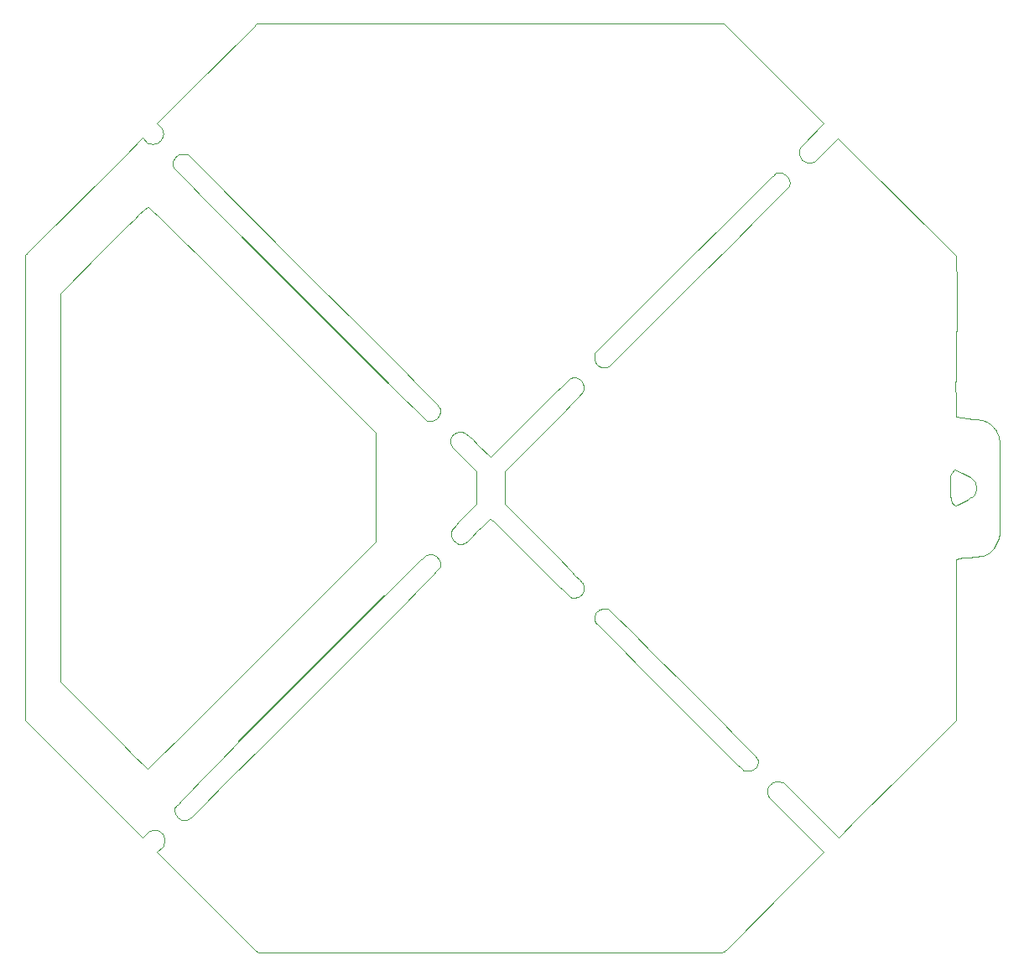
<source format=gm1>
G04 #@! TF.GenerationSoftware,KiCad,Pcbnew,(5.1.2)-1*
G04 #@! TF.CreationDate,2019-06-22T12:55:49-06:00*
G04 #@! TF.ProjectId,HtH_sao_prod,4874485f-7361-46f5-9f70-726f642e6b69,rev?*
G04 #@! TF.SameCoordinates,Original*
G04 #@! TF.FileFunction,Profile,NP*
%FSLAX46Y46*%
G04 Gerber Fmt 4.6, Leading zero omitted, Abs format (unit mm)*
G04 Created by KiCad (PCBNEW (5.1.2)-1) date 2019-06-22 12:55:49*
%MOMM*%
%LPD*%
G04 APERTURE LIST*
%ADD10C,0.150000*%
%ADD11C,0.100000*%
G04 APERTURE END LIST*
D10*
X142189110Y-111944096D02*
X133360192Y-120786186D01*
X127735251Y-75772731D02*
X142478952Y-90503850D01*
X133360192Y-120786186D02*
X127456334Y-126719736D01*
D11*
X176097414Y-54191552D02*
X175935666Y-54192069D01*
X175935666Y-54192069D02*
X175732061Y-54196720D01*
X175732061Y-54196720D02*
X160109241Y-54196720D01*
X160109241Y-54196720D02*
X160109241Y-54196203D01*
X160109241Y-54196203D02*
X160103558Y-54196203D01*
X160103558Y-54196203D02*
X159856543Y-54196203D01*
X159856543Y-54196203D02*
X156142042Y-54199304D01*
X156142042Y-54199304D02*
X152833200Y-54199304D01*
X152833200Y-54199304D02*
X145744745Y-54196203D01*
X145744745Y-54196203D02*
X145504448Y-54196203D01*
X145504448Y-54196203D02*
X145498249Y-54196203D01*
X145498249Y-54196203D02*
X145498249Y-54196720D01*
X145498249Y-54196720D02*
X129881113Y-54196720D01*
X129881113Y-54196720D02*
X129874912Y-54196720D01*
X129874912Y-54196720D02*
X129396905Y-54196720D01*
X129396905Y-54196720D02*
X129391220Y-54196720D01*
X129391220Y-54196720D02*
X129334376Y-54196720D01*
X129334376Y-54196720D02*
X129332826Y-54196720D01*
X129332826Y-54196720D02*
X129327658Y-54196720D01*
X129327658Y-54196720D02*
X129325591Y-54196720D01*
X129325591Y-54196720D02*
X129325591Y-54199821D01*
X129325591Y-54199821D02*
X129325591Y-54202921D01*
X129325591Y-54202921D02*
X129323008Y-54202921D01*
X129323008Y-54202921D02*
X129323008Y-54203438D01*
X129323008Y-54203438D02*
X129219138Y-54233410D01*
X129219138Y-54233410D02*
X129127671Y-54290771D01*
X129127671Y-54290771D02*
X129056874Y-54370870D01*
X129056874Y-54370870D02*
X129027418Y-54433915D01*
X129027418Y-54433915D02*
X122278993Y-61197326D01*
X122278993Y-61197326D02*
X119159804Y-64310314D01*
X119159804Y-64310314D02*
X119243520Y-64391963D01*
X119243520Y-64391963D02*
X119328785Y-64479813D01*
X119328785Y-64479813D02*
X119484332Y-64646211D01*
X119484332Y-64646211D02*
X119551511Y-64735095D01*
X119551511Y-64735095D02*
X119608872Y-64824495D01*
X119608872Y-64824495D02*
X119656414Y-64914412D01*
X119656414Y-64914412D02*
X119694655Y-65004329D01*
X119694655Y-65004329D02*
X119723077Y-65094763D01*
X119723077Y-65094763D02*
X119743231Y-65184163D01*
X119743231Y-65184163D02*
X119754600Y-65272530D01*
X119754600Y-65272530D02*
X119757700Y-65360379D01*
X119757700Y-65360379D02*
X119752532Y-65446162D01*
X119752532Y-65446162D02*
X119740130Y-65530395D01*
X119740130Y-65530395D02*
X119720493Y-65612560D01*
X119720493Y-65612560D02*
X119694138Y-65692659D01*
X119694138Y-65692659D02*
X119660548Y-65769657D01*
X119660548Y-65769657D02*
X119621274Y-65843554D01*
X119621274Y-65843554D02*
X119575799Y-65914351D01*
X119575799Y-65914351D02*
X119524639Y-65981014D01*
X119524639Y-65981014D02*
X119467795Y-66043542D01*
X119467795Y-66043542D02*
X119406300Y-66102453D01*
X119406300Y-66102453D02*
X119340154Y-66156197D01*
X119340154Y-66156197D02*
X119269358Y-66204773D01*
X119269358Y-66204773D02*
X119194944Y-66248181D01*
X119194944Y-66248181D02*
X119116395Y-66285904D01*
X119116395Y-66285904D02*
X119034230Y-66317944D01*
X119034230Y-66317944D02*
X118949481Y-66343265D01*
X118949481Y-66343265D02*
X118861631Y-66361869D01*
X118861631Y-66361869D02*
X118771197Y-66374271D01*
X118771197Y-66374271D02*
X118679213Y-66378922D01*
X118679213Y-66378922D02*
X118585162Y-66375821D01*
X118585162Y-66375821D02*
X118489044Y-66364969D01*
X118489044Y-66364969D02*
X118392409Y-66345849D01*
X118392409Y-66345849D02*
X118294740Y-66318461D01*
X118294740Y-66318461D02*
X118196555Y-66281770D01*
X118196555Y-66281770D02*
X117683925Y-65769140D01*
X117683925Y-65769140D02*
X115696449Y-67745247D01*
X115696449Y-67745247D02*
X115707818Y-67756099D01*
X115707818Y-67756099D02*
X105996783Y-77447497D01*
X105996783Y-77447497D02*
X105978180Y-77456799D01*
X105978180Y-77456799D02*
X105975079Y-77458866D01*
X105975079Y-77458866D02*
X105894980Y-77529662D01*
X105894980Y-77529662D02*
X105838136Y-77620612D01*
X105838136Y-77620612D02*
X105806097Y-77724482D01*
X105806097Y-77724482D02*
X105803513Y-77724482D01*
X105803513Y-77724482D02*
X105803513Y-77726551D01*
X105803513Y-77726551D02*
X105801446Y-77726551D01*
X105801446Y-77726551D02*
X105799379Y-77726551D01*
X105799379Y-77726551D02*
X105799379Y-77729649D01*
X105799379Y-77729649D02*
X105799379Y-77788561D01*
X105799379Y-77788561D02*
X105799379Y-77792178D01*
X105799379Y-77792178D02*
X105799379Y-78273286D01*
X105799379Y-78273286D02*
X105799379Y-78275871D01*
X105799379Y-78275871D02*
X105799896Y-123909777D01*
X105799896Y-123909777D02*
X105799896Y-123912360D01*
X105799896Y-123912360D02*
X105799896Y-124393467D01*
X105799896Y-124393467D02*
X105799896Y-124396568D01*
X105799896Y-124396568D02*
X105799896Y-124455481D01*
X105799896Y-124455481D02*
X105799896Y-124458581D01*
X105799896Y-124458581D02*
X105801963Y-124458581D01*
X105801963Y-124458581D02*
X105804030Y-124458581D01*
X105804030Y-124458581D02*
X105804030Y-124461164D01*
X105804030Y-124461164D02*
X105807131Y-124461164D01*
X105807131Y-124461164D02*
X105839170Y-124565034D01*
X105839170Y-124565034D02*
X105896014Y-124655984D01*
X105896014Y-124655984D02*
X105976112Y-124726263D01*
X105976112Y-124726263D02*
X105978696Y-124729364D01*
X105978696Y-124729364D02*
X105997300Y-124738151D01*
X105997300Y-124738151D02*
X116281426Y-135002121D01*
X116281426Y-135002121D02*
X116280910Y-135002640D01*
X116280910Y-135002640D02*
X117689609Y-136410305D01*
X117689609Y-136410305D02*
X118295774Y-135803624D01*
X118295774Y-135803624D02*
X118392925Y-135751948D01*
X118392925Y-135751948D02*
X118489044Y-135710091D01*
X118489044Y-135710091D02*
X118585162Y-135678568D01*
X118585162Y-135678568D02*
X118679213Y-135655830D01*
X118679213Y-135655830D02*
X118772230Y-135642394D01*
X118772230Y-135642394D02*
X118863698Y-135637227D01*
X118863698Y-135637227D02*
X118953098Y-135640325D01*
X118953098Y-135640325D02*
X119040431Y-135651179D01*
X119040431Y-135651179D02*
X119124664Y-135669781D01*
X119124664Y-135669781D02*
X119206313Y-135695621D01*
X119206313Y-135695621D02*
X119284861Y-135728178D01*
X119284861Y-135728178D02*
X119360308Y-135766934D01*
X119360308Y-135766934D02*
X119431622Y-135811892D01*
X119431622Y-135811892D02*
X119498801Y-135862536D01*
X119498801Y-135862536D02*
X119561846Y-135918347D01*
X119561846Y-135918347D02*
X119620757Y-135979323D01*
X119620757Y-135979323D02*
X119673984Y-136044437D01*
X119673984Y-136044437D02*
X119722560Y-136114199D01*
X119722560Y-136114199D02*
X119765968Y-136188098D01*
X119765968Y-136188098D02*
X119803175Y-136265094D01*
X119803175Y-136265094D02*
X119834698Y-136345710D01*
X119834698Y-136345710D02*
X119859503Y-136428392D01*
X119859503Y-136428392D02*
X119878106Y-136514175D01*
X119878106Y-136514175D02*
X119889475Y-136602025D01*
X119889475Y-136602025D02*
X119894126Y-136691425D01*
X119894126Y-136691425D02*
X119891025Y-136781860D01*
X119891025Y-136781860D02*
X119880173Y-136873842D01*
X119880173Y-136873842D02*
X119861570Y-136965827D01*
X119861570Y-136965827D02*
X119834698Y-137058844D01*
X119834698Y-137058844D02*
X119799041Y-137151345D01*
X119799041Y-137151345D02*
X119754600Y-137243330D01*
X119754600Y-137243330D02*
X119700856Y-137334796D01*
X119700856Y-137334796D02*
X119161354Y-137874298D01*
X119161354Y-137874298D02*
X122281060Y-140987803D01*
X122281060Y-140987803D02*
X129029485Y-147750699D01*
X129029485Y-147750699D02*
X129097698Y-147821496D01*
X129097698Y-147821496D02*
X129167978Y-147893841D01*
X129167978Y-147893841D02*
X129207252Y-147925882D01*
X129207252Y-147925882D02*
X129251694Y-147952753D01*
X129251694Y-147952753D02*
X129302854Y-147972906D01*
X129302854Y-147972906D02*
X129361248Y-147984275D01*
X129361248Y-147984275D02*
X138007233Y-147989443D01*
X138007233Y-147989443D02*
X150114503Y-147988411D01*
X150114503Y-147988411D02*
X175732577Y-147988927D01*
X175732577Y-147988927D02*
X175932049Y-147997711D01*
X175932049Y-147997711D02*
X176092762Y-147998746D01*
X176092762Y-147998746D02*
X176163041Y-147995645D01*
X176163041Y-147995645D02*
X176216267Y-147988927D01*
X176216267Y-147988927D02*
X176286549Y-147970840D01*
X176286549Y-147970840D02*
X176334607Y-147951203D01*
X176334607Y-147951203D02*
X176372848Y-147928983D01*
X176372848Y-147928983D02*
X176413157Y-147902109D01*
X176413157Y-147902109D02*
X176464833Y-147861802D01*
X176464833Y-147861802D02*
X176519094Y-147812193D01*
X176519094Y-147812193D02*
X176579553Y-147751731D01*
X176579553Y-147751731D02*
X183327979Y-140988838D01*
X183327979Y-140988838D02*
X186189821Y-138132682D01*
X186189821Y-138132682D02*
X186201190Y-138144048D01*
X186201190Y-138144048D02*
X186457505Y-137887736D01*
X186457505Y-137887736D02*
X180892468Y-132322699D01*
X180892468Y-132322699D02*
X180842343Y-132226581D01*
X180842343Y-132226581D02*
X180802036Y-132130979D01*
X180802036Y-132130979D02*
X180771546Y-132036928D01*
X180771546Y-132036928D02*
X180749842Y-131943395D01*
X180749842Y-131943395D02*
X180736922Y-131851929D01*
X180736922Y-131851929D02*
X180732789Y-131762010D01*
X180732789Y-131762010D02*
X180736406Y-131674676D01*
X180736406Y-131674676D02*
X180747775Y-131588893D01*
X180747775Y-131588893D02*
X180766378Y-131506211D01*
X180766378Y-131506211D02*
X180792217Y-131426630D01*
X180792217Y-131426630D02*
X180824772Y-131349633D01*
X180824772Y-131349633D02*
X180863531Y-131276251D01*
X180863531Y-131276251D02*
X180907973Y-131206488D01*
X180907973Y-131206488D02*
X180958098Y-131140861D01*
X180958098Y-131140861D02*
X181013909Y-131078848D01*
X181013909Y-131078848D02*
X181074369Y-131022005D01*
X181074369Y-131022005D02*
X181138965Y-130969295D01*
X181138965Y-130969295D02*
X181208211Y-130922268D01*
X181208211Y-130922268D02*
X181281075Y-130879895D01*
X181281075Y-130879895D02*
X181357558Y-130843205D01*
X181357558Y-130843205D02*
X181437139Y-130812198D01*
X181437139Y-130812198D02*
X181519303Y-130787394D01*
X181519303Y-130787394D02*
X181604054Y-130768788D01*
X181604054Y-130768788D02*
X181690869Y-130756903D01*
X181690869Y-130756903D02*
X181779238Y-130751736D01*
X181779238Y-130751736D02*
X181868638Y-130754321D01*
X181868638Y-130754321D02*
X181959588Y-130763621D01*
X181959588Y-130763621D02*
X182051055Y-130780676D01*
X182051055Y-130780676D02*
X182142521Y-130805480D01*
X182142521Y-130805480D02*
X182233990Y-130838553D01*
X182233990Y-130838553D02*
X182324941Y-130880410D01*
X182324941Y-130880410D02*
X182415373Y-130930536D01*
X182415373Y-130930536D02*
X183108353Y-131610081D01*
X183108353Y-131610081D02*
X183799268Y-132293243D01*
X183799268Y-132293243D02*
X185176445Y-133667320D01*
X185176445Y-133667320D02*
X187923048Y-136422709D01*
X187923048Y-136422709D02*
X189853678Y-134484324D01*
X189853678Y-134484324D02*
X194741752Y-129614337D01*
X194741752Y-129614337D02*
X199655665Y-124715412D01*
X199655665Y-124715412D02*
X199710442Y-124646682D01*
X199710442Y-124646682D02*
X199769354Y-124566068D01*
X199769354Y-124566068D02*
X199782271Y-124544881D01*
X199782271Y-124544881D02*
X199791057Y-124521108D01*
X199791057Y-124521108D02*
X199801392Y-124472533D01*
X199801392Y-124472533D02*
X199808110Y-124398119D01*
X199808110Y-124398119D02*
X199808110Y-124395018D01*
X199808110Y-124395018D02*
X199808110Y-123912360D01*
X199808110Y-123912360D02*
X199808110Y-108288508D01*
X199808110Y-108288508D02*
X200132121Y-108230630D01*
X200132121Y-108230630D02*
X200456649Y-108183087D01*
X200456649Y-108183087D02*
X200782726Y-108143296D01*
X200782726Y-108143296D02*
X201109323Y-108109708D01*
X201109323Y-108109708D02*
X201763547Y-108054931D01*
X201763547Y-108054931D02*
X202418804Y-108003771D01*
X202418804Y-108003771D02*
X202510270Y-107981549D01*
X202510270Y-107981549D02*
X202599670Y-107955196D01*
X202599670Y-107955196D02*
X202686488Y-107924190D01*
X202686488Y-107924190D02*
X202770721Y-107889050D01*
X202770721Y-107889050D02*
X202853403Y-107850292D01*
X202853403Y-107850292D02*
X202932984Y-107807400D01*
X202932984Y-107807400D02*
X203010499Y-107760892D01*
X203010499Y-107760892D02*
X203085429Y-107711282D01*
X203085429Y-107711282D02*
X203158293Y-107658056D01*
X203158293Y-107658056D02*
X203229090Y-107601729D01*
X203229090Y-107601729D02*
X203362414Y-107479772D01*
X203362414Y-107479772D02*
X203486956Y-107347480D01*
X203486956Y-107347480D02*
X203601676Y-107205370D01*
X203601676Y-107205370D02*
X203706581Y-107054475D01*
X203706581Y-107054475D02*
X203802699Y-106896344D01*
X203802699Y-106896344D02*
X203888482Y-106732530D01*
X203888482Y-106732530D02*
X203964963Y-106563549D01*
X203964963Y-106563549D02*
X204032140Y-106391466D01*
X204032140Y-106391466D02*
X204088986Y-106216283D01*
X204088986Y-106216283D02*
X204136529Y-106040584D01*
X204136529Y-106040584D02*
X204174769Y-105864882D01*
X204174769Y-105864882D02*
X204180968Y-103814361D01*
X204180968Y-103814361D02*
X204182003Y-101762293D01*
X204182003Y-101762293D02*
X204179418Y-97656600D01*
X204179418Y-97656600D02*
X204179418Y-96547107D01*
X204179418Y-96547107D02*
X204176836Y-96435484D01*
X204176836Y-96435484D02*
X204169602Y-96325415D01*
X204169602Y-96325415D02*
X204156682Y-96216893D01*
X204156682Y-96216893D02*
X204139111Y-96109406D01*
X204139111Y-96109406D02*
X204116373Y-96003986D01*
X204116373Y-96003986D02*
X204088986Y-95900634D01*
X204088986Y-95900634D02*
X204056945Y-95798830D01*
X204056945Y-95798830D02*
X204020255Y-95699612D01*
X204020255Y-95699612D02*
X203978914Y-95601943D01*
X203978914Y-95601943D02*
X203933440Y-95506860D01*
X203933440Y-95506860D02*
X203883831Y-95413841D01*
X203883831Y-95413841D02*
X203830086Y-95323409D01*
X203830086Y-95323409D02*
X203772727Y-95236075D01*
X203772727Y-95236075D02*
X203711230Y-95150808D01*
X203711230Y-95150808D02*
X203646119Y-95068644D01*
X203646119Y-95068644D02*
X203577388Y-94989063D01*
X203577388Y-94989063D02*
X203505559Y-94912580D01*
X203505559Y-94912580D02*
X203430110Y-94839716D01*
X203430110Y-94839716D02*
X203351563Y-94769437D01*
X203351563Y-94769437D02*
X203269913Y-94702773D01*
X203269913Y-94702773D02*
X203185164Y-94639728D01*
X203185164Y-94639728D02*
X203097830Y-94579784D01*
X203097830Y-94579784D02*
X203007914Y-94523973D01*
X203007914Y-94523973D02*
X202915413Y-94471781D01*
X202915413Y-94471781D02*
X202820330Y-94423722D01*
X202820330Y-94423722D02*
X202723178Y-94379280D01*
X202723178Y-94379280D02*
X202623443Y-94338971D01*
X202623443Y-94338971D02*
X202522155Y-94302800D01*
X202522155Y-94302800D02*
X202418288Y-94271277D01*
X202418288Y-94271277D02*
X202313383Y-94243887D01*
X202313383Y-94243887D02*
X202206412Y-94221668D01*
X202206412Y-94221668D02*
X202097893Y-94203581D01*
X202097893Y-94203581D02*
X201810056Y-94176707D01*
X201810056Y-94176707D02*
X201522734Y-94145703D01*
X201522734Y-94145703D02*
X200950160Y-94072321D01*
X200950160Y-94072321D02*
X200378618Y-93988088D01*
X200378618Y-93988088D02*
X199808110Y-93898172D01*
X199808110Y-93898172D02*
X199781239Y-92885832D01*
X199781239Y-92885832D02*
X199766769Y-91872456D01*
X199766769Y-91872456D02*
X199763152Y-90859081D01*
X199763152Y-90859081D02*
X199768319Y-89845190D01*
X199768319Y-89845190D02*
X199780204Y-88831298D01*
X199780204Y-88831298D02*
X199796741Y-87816889D01*
X199796741Y-87816889D02*
X199835499Y-85787556D01*
X199835499Y-85787556D02*
X199853586Y-84773148D01*
X199853586Y-84773148D02*
X199869088Y-83758739D01*
X199869088Y-83758739D02*
X199878391Y-82744847D01*
X199878391Y-82744847D02*
X199880457Y-81730956D01*
X199880457Y-81730956D02*
X199873221Y-80717581D01*
X199873221Y-80717581D02*
X199854618Y-79704724D01*
X199854618Y-79704724D02*
X199822580Y-78692383D01*
X199822580Y-78692383D02*
X199800876Y-78186471D01*
X199800876Y-78186471D02*
X199775037Y-77680558D01*
X199775037Y-77680558D02*
X199662899Y-77490388D01*
X199662899Y-77490388D02*
X188982932Y-66879667D01*
X188982932Y-66879667D02*
X187875505Y-65810998D01*
X187875505Y-65810998D02*
X185599159Y-68087862D01*
X185599159Y-68087862D02*
X185505108Y-68144189D01*
X185505108Y-68144189D02*
X185410538Y-68190181D01*
X185410538Y-68190181D02*
X185317005Y-68226871D01*
X185317005Y-68226871D02*
X185223470Y-68254260D01*
X185223470Y-68254260D02*
X185131487Y-68272347D01*
X185131487Y-68272347D02*
X185040537Y-68282165D01*
X185040537Y-68282165D02*
X184951137Y-68283715D01*
X184951137Y-68283715D02*
X184863803Y-68276997D01*
X184863803Y-68276997D02*
X184778536Y-68262528D01*
X184778536Y-68262528D02*
X184695853Y-68241341D01*
X184695853Y-68241341D02*
X184615756Y-68212918D01*
X184615756Y-68212918D02*
X184538757Y-68177779D01*
X184538757Y-68177779D02*
X184465378Y-68136437D01*
X184465378Y-68136437D02*
X184395615Y-68089412D01*
X184395615Y-68089412D02*
X184329985Y-68037219D01*
X184329985Y-68037219D02*
X184269006Y-67979341D01*
X184269006Y-67979341D02*
X184212163Y-67916813D01*
X184212163Y-67916813D02*
X184160488Y-67849633D01*
X184160488Y-67849633D02*
X184113977Y-67778320D01*
X184113977Y-67778320D02*
X184072635Y-67703389D01*
X184072635Y-67703389D02*
X184037496Y-67624841D01*
X184037496Y-67624841D02*
X184008559Y-67543192D01*
X184008559Y-67543192D02*
X183985820Y-67458959D01*
X183985820Y-67458959D02*
X183969800Y-67372143D01*
X183969800Y-67372143D02*
X183961016Y-67283259D01*
X183961016Y-67283259D02*
X183959981Y-67192826D01*
X183959981Y-67192826D02*
X183966183Y-67100842D01*
X183966183Y-67100842D02*
X183980137Y-67007824D01*
X183980137Y-67007824D02*
X184002873Y-66914290D01*
X184002873Y-66914290D02*
X184033879Y-66820239D01*
X184033879Y-66820239D02*
X184073670Y-66726704D01*
X184073670Y-66726704D02*
X184122763Y-66633170D01*
X184122763Y-66633170D02*
X186446136Y-64309798D01*
X186446136Y-64309798D02*
X183327979Y-61197326D01*
X183327979Y-61197326D02*
X176579553Y-54433915D01*
X176579553Y-54433915D02*
X176494805Y-54349682D01*
X176494805Y-54349682D02*
X176426593Y-54289221D01*
X176426593Y-54289221D02*
X176376465Y-54249430D01*
X176376465Y-54249430D02*
X176344426Y-54227726D01*
X176344426Y-54227726D02*
X176325823Y-54216874D01*
X176325823Y-54216874D02*
X176307220Y-54209639D01*
X176307220Y-54209639D02*
X176216267Y-54196720D01*
X176216267Y-54196720D02*
X176097414Y-54191552D01*
X176097414Y-54191552D02*
X176097414Y-54191552D01*
X199808110Y-124398119D02*
X199809144Y-124425509D01*
X199809144Y-124425509D02*
X199810695Y-124416206D01*
X199810695Y-124416206D02*
X199811211Y-124397084D01*
X199811211Y-124397084D02*
X199810176Y-124393467D01*
X199810176Y-124393467D02*
X199808110Y-124398119D01*
X199808110Y-124398119D02*
X199808110Y-124398119D01*
X146324775Y-94278334D02*
X146239114Y-94203284D01*
X146239114Y-94203284D02*
X146027438Y-94001834D01*
X146027438Y-94001834D02*
X145252318Y-93245812D01*
X145252318Y-93245812D02*
X144051971Y-92062430D01*
X144051971Y-92062430D02*
X142478952Y-90503850D01*
X127735251Y-75772731D02*
X125549230Y-73574767D01*
X125549230Y-73574767D02*
X123803058Y-71812363D01*
X123803058Y-71812363D02*
X122475629Y-70464158D01*
X122475629Y-70464158D02*
X121545836Y-69508791D01*
X121545836Y-69508791D02*
X121223458Y-69171747D01*
X121223458Y-69171747D02*
X120992574Y-68924902D01*
X120992574Y-68924902D02*
X120850545Y-68765586D01*
X120850545Y-68765586D02*
X120812027Y-68717917D01*
X120812027Y-68717917D02*
X120794734Y-68691129D01*
X120794734Y-68691129D02*
X120749546Y-68572311D01*
X120749546Y-68572311D02*
X120718839Y-68466694D01*
X120718839Y-68466694D02*
X120702929Y-68370107D01*
X120702929Y-68370107D02*
X120702131Y-68278378D01*
X120702131Y-68278378D02*
X120716760Y-68187335D01*
X120716760Y-68187335D02*
X120747134Y-68092805D01*
X120747134Y-68092805D02*
X120793566Y-67990618D01*
X120793566Y-67990618D02*
X120856373Y-67876601D01*
X120856373Y-67876601D02*
X120898124Y-67809921D01*
X120898124Y-67809921D02*
X120942271Y-67748353D01*
X120942271Y-67748353D02*
X120988911Y-67691852D01*
X120988911Y-67691852D02*
X121038140Y-67640372D01*
X121038140Y-67640372D02*
X121090055Y-67593867D01*
X121090055Y-67593867D02*
X121144750Y-67552292D01*
X121144750Y-67552292D02*
X121202323Y-67515601D01*
X121202323Y-67515601D02*
X121262869Y-67483749D01*
X121262869Y-67483749D02*
X121326485Y-67456691D01*
X121326485Y-67456691D02*
X121393266Y-67434379D01*
X121393266Y-67434379D02*
X121463308Y-67416770D01*
X121463308Y-67416770D02*
X121536709Y-67403816D01*
X121536709Y-67403816D02*
X121613562Y-67395474D01*
X121613562Y-67395474D02*
X121693966Y-67391697D01*
X121693966Y-67391697D02*
X121778015Y-67392439D01*
X121778015Y-67392439D02*
X121865807Y-67397655D01*
X121865807Y-67397655D02*
X122226346Y-67427554D01*
X122226346Y-67427554D02*
X134887626Y-80088552D01*
X134887626Y-80088552D02*
X139941666Y-85151366D01*
X139941666Y-85151366D02*
X143975397Y-89209626D01*
X143975397Y-89209626D02*
X145506010Y-90757459D01*
X145506010Y-90757459D02*
X146657182Y-91928646D01*
X146657182Y-91928646D02*
X147387458Y-92681350D01*
X147387458Y-92681350D02*
X147581805Y-92887698D01*
X147581805Y-92887698D02*
X147655383Y-92973737D01*
X147655383Y-92973737D02*
X147685963Y-93046302D01*
X147685963Y-93046302D02*
X147709273Y-93119379D01*
X147709273Y-93119379D02*
X147725574Y-93192713D01*
X147725574Y-93192713D02*
X147735127Y-93266045D01*
X147735127Y-93266045D02*
X147738195Y-93339121D01*
X147738195Y-93339121D02*
X147735038Y-93411684D01*
X147735038Y-93411684D02*
X147725918Y-93483477D01*
X147725918Y-93483477D02*
X147711097Y-93554245D01*
X147711097Y-93554245D02*
X147690835Y-93623730D01*
X147690835Y-93623730D02*
X147665396Y-93691676D01*
X147665396Y-93691676D02*
X147635039Y-93757827D01*
X147635039Y-93757827D02*
X147600026Y-93821927D01*
X147600026Y-93821927D02*
X147560619Y-93883719D01*
X147560619Y-93883719D02*
X147517080Y-93942947D01*
X147517080Y-93942947D02*
X147469670Y-93999355D01*
X147469670Y-93999355D02*
X147418650Y-94052686D01*
X147418650Y-94052686D02*
X147364281Y-94102683D01*
X147364281Y-94102683D02*
X147306826Y-94149091D01*
X147306826Y-94149091D02*
X147246546Y-94191653D01*
X147246546Y-94191653D02*
X147183702Y-94230113D01*
X147183702Y-94230113D02*
X147118555Y-94264214D01*
X147118555Y-94264214D02*
X147051368Y-94293700D01*
X147051368Y-94293700D02*
X146982402Y-94318315D01*
X146982402Y-94318315D02*
X146911917Y-94337801D01*
X146911917Y-94337801D02*
X146840176Y-94351904D01*
X146840176Y-94351904D02*
X146767441Y-94360367D01*
X146767441Y-94360367D02*
X146693971Y-94362932D01*
X146693971Y-94362932D02*
X146620030Y-94359344D01*
X146620030Y-94359344D02*
X146545878Y-94349347D01*
X146545878Y-94349347D02*
X146471778Y-94332683D01*
X146471778Y-94332683D02*
X146397989Y-94309098D01*
X146397989Y-94309098D02*
X146324775Y-94278334D01*
X146324775Y-94278334D02*
X146324775Y-94278334D01*
X146324775Y-94278334D02*
X146324775Y-94278334D01*
X160939967Y-112184587D02*
X160905608Y-112161273D01*
X160905608Y-112161273D02*
X160831845Y-112098240D01*
X160831845Y-112098240D02*
X160574517Y-111861209D01*
X160574517Y-111861209D02*
X160184802Y-111489872D01*
X160184802Y-111489872D02*
X159679522Y-111000604D01*
X159679522Y-111000604D02*
X158389540Y-109733786D01*
X158389540Y-109733786D02*
X156839131Y-108191771D01*
X156839131Y-108191771D02*
X155294335Y-106651880D01*
X155294335Y-106651880D02*
X154019637Y-105390842D01*
X154019637Y-105390842D02*
X153147262Y-104538790D01*
X153147262Y-104538790D02*
X152903266Y-104306799D01*
X152903266Y-104306799D02*
X152836547Y-104246430D01*
X152836547Y-104246430D02*
X152809435Y-104225855D01*
X152809435Y-104225855D02*
X152770846Y-104251397D01*
X152770846Y-104251397D02*
X152685174Y-104324601D01*
X152685174Y-104324601D02*
X152394290Y-104593465D01*
X152394290Y-104593465D02*
X151980198Y-104991384D01*
X151980198Y-104991384D02*
X151486312Y-105477297D01*
X151486312Y-105477297D02*
X150832327Y-106119844D01*
X150832327Y-106119844D02*
X150598077Y-106341399D01*
X150598077Y-106341399D02*
X150413173Y-106507223D01*
X150413173Y-106507223D02*
X150268251Y-106625376D01*
X150268251Y-106625376D02*
X150153951Y-106703919D01*
X150153951Y-106703919D02*
X150105359Y-106730856D01*
X150105359Y-106730856D02*
X150060910Y-106750913D01*
X150060910Y-106750913D02*
X150019436Y-106765099D01*
X150019436Y-106765099D02*
X149979766Y-106774419D01*
X149979766Y-106774419D02*
X149853486Y-106792203D01*
X149853486Y-106792203D02*
X149737724Y-106796183D01*
X149737724Y-106796183D02*
X149630088Y-106785541D01*
X149630088Y-106785541D02*
X149578570Y-106774482D01*
X149578570Y-106774482D02*
X149528185Y-106759461D01*
X149528185Y-106759461D02*
X149478635Y-106740378D01*
X149478635Y-106740378D02*
X149429621Y-106717128D01*
X149429621Y-106717128D02*
X149332005Y-106657725D01*
X149332005Y-106657725D02*
X149232942Y-106580436D01*
X149232942Y-106580436D02*
X149130041Y-106484444D01*
X149130041Y-106484444D02*
X149076099Y-106426775D01*
X149076099Y-106426775D02*
X149027119Y-106366735D01*
X149027119Y-106366735D02*
X148983151Y-106304553D01*
X148983151Y-106304553D02*
X148944248Y-106240458D01*
X148944248Y-106240458D02*
X148910459Y-106174680D01*
X148910459Y-106174680D02*
X148881836Y-106107449D01*
X148881836Y-106107449D02*
X148858429Y-106038993D01*
X148858429Y-106038993D02*
X148840289Y-105969543D01*
X148840289Y-105969543D02*
X148827468Y-105899327D01*
X148827468Y-105899327D02*
X148820015Y-105828576D01*
X148820015Y-105828576D02*
X148817983Y-105757518D01*
X148817983Y-105757518D02*
X148821421Y-105686384D01*
X148821421Y-105686384D02*
X148830380Y-105615402D01*
X148830380Y-105615402D02*
X148844912Y-105544802D01*
X148844912Y-105544802D02*
X148865068Y-105474813D01*
X148865068Y-105474813D02*
X148890897Y-105405666D01*
X148890897Y-105405666D02*
X148934405Y-105333555D01*
X148934405Y-105333555D02*
X149020354Y-105220271D01*
X149020354Y-105220271D02*
X149144444Y-105070654D01*
X149144444Y-105070654D02*
X149302374Y-104889547D01*
X149302374Y-104889547D02*
X149702558Y-104452222D01*
X149702558Y-104452222D02*
X150186504Y-103947029D01*
X150186504Y-103947029D02*
X151384931Y-102720971D01*
X151384931Y-102720971D02*
X151384931Y-101076231D01*
X151384931Y-101076231D02*
X151384931Y-99431491D01*
X151384931Y-99431491D02*
X150087952Y-98133297D01*
X150087952Y-98133297D02*
X149350436Y-97389766D01*
X149350436Y-97389766D02*
X149119032Y-97146912D01*
X149119032Y-97146912D02*
X148959856Y-96966564D01*
X148959856Y-96966564D02*
X148902820Y-96894339D01*
X148902820Y-96894339D02*
X148858402Y-96831151D01*
X148858402Y-96831151D02*
X148824789Y-96774802D01*
X148824789Y-96774802D02*
X148800166Y-96723096D01*
X148800166Y-96723096D02*
X148782721Y-96673836D01*
X148782721Y-96673836D02*
X148770640Y-96624826D01*
X148770640Y-96624826D02*
X148755320Y-96518767D01*
X148755320Y-96518767D02*
X148749945Y-96452742D01*
X148749945Y-96452742D02*
X148748761Y-96387993D01*
X148748761Y-96387993D02*
X148751651Y-96324613D01*
X148751651Y-96324613D02*
X148758495Y-96262694D01*
X148758495Y-96262694D02*
X148769175Y-96202328D01*
X148769175Y-96202328D02*
X148783571Y-96143608D01*
X148783571Y-96143608D02*
X148823037Y-96031473D01*
X148823037Y-96031473D02*
X148875942Y-95927026D01*
X148875942Y-95927026D02*
X148941337Y-95831006D01*
X148941337Y-95831006D02*
X149018270Y-95744148D01*
X149018270Y-95744148D02*
X149105791Y-95667192D01*
X149105791Y-95667192D02*
X149202948Y-95600874D01*
X149202948Y-95600874D02*
X149308792Y-95545933D01*
X149308792Y-95545933D02*
X149422371Y-95503106D01*
X149422371Y-95503106D02*
X149542734Y-95473130D01*
X149542734Y-95473130D02*
X149668931Y-95456743D01*
X149668931Y-95456743D02*
X149800011Y-95454683D01*
X149800011Y-95454683D02*
X149935023Y-95467688D01*
X149935023Y-95467688D02*
X150073016Y-95496494D01*
X150073016Y-95496494D02*
X150165199Y-95528219D01*
X150165199Y-95528219D02*
X150213767Y-95551248D01*
X150213767Y-95551248D02*
X150265605Y-95580440D01*
X150265605Y-95580440D02*
X150383946Y-95661466D01*
X150383946Y-95661466D02*
X150529933Y-95779601D01*
X150529933Y-95779601D02*
X150713279Y-95943153D01*
X150713279Y-95943153D02*
X150943694Y-96160429D01*
X150943694Y-96160429D02*
X151584578Y-96789375D01*
X151584578Y-96789375D02*
X152809482Y-98006141D01*
X152809482Y-98006141D02*
X156777026Y-94036833D01*
X156777026Y-94036833D02*
X158751739Y-92068739D01*
X158751739Y-92068739D02*
X159458385Y-91372398D01*
X159458385Y-91372398D02*
X160004828Y-90842018D01*
X160004828Y-90842018D02*
X160411269Y-90458217D01*
X160411269Y-90458217D02*
X160697912Y-90201613D01*
X160697912Y-90201613D02*
X160802622Y-90114953D01*
X160802622Y-90114953D02*
X160884959Y-90052824D01*
X160884959Y-90052824D02*
X160947448Y-90012803D01*
X160947448Y-90012803D02*
X160992613Y-89992467D01*
X160992613Y-89992467D02*
X161058907Y-89975159D01*
X161058907Y-89975159D02*
X161124885Y-89963300D01*
X161124885Y-89963300D02*
X161190391Y-89956716D01*
X161190391Y-89956716D02*
X161255265Y-89955234D01*
X161255265Y-89955234D02*
X161319348Y-89958680D01*
X161319348Y-89958680D02*
X161382482Y-89966881D01*
X161382482Y-89966881D02*
X161444508Y-89979663D01*
X161444508Y-89979663D02*
X161505266Y-89996853D01*
X161505266Y-89996853D02*
X161564599Y-90018277D01*
X161564599Y-90018277D02*
X161622348Y-90043760D01*
X161622348Y-90043760D02*
X161678353Y-90073131D01*
X161678353Y-90073131D02*
X161732457Y-90106215D01*
X161732457Y-90106215D02*
X161784499Y-90142839D01*
X161784499Y-90142839D02*
X161834322Y-90182829D01*
X161834322Y-90182829D02*
X161926675Y-90272212D01*
X161926675Y-90272212D02*
X162008244Y-90372977D01*
X162008244Y-90372977D02*
X162077761Y-90483735D01*
X162077761Y-90483735D02*
X162107602Y-90542427D01*
X162107602Y-90542427D02*
X162133953Y-90603097D01*
X162133953Y-90603097D02*
X162156657Y-90665571D01*
X162156657Y-90665571D02*
X162175553Y-90729675D01*
X162175553Y-90729675D02*
X162190483Y-90795236D01*
X162190483Y-90795236D02*
X162201288Y-90862080D01*
X162201288Y-90862080D02*
X162207810Y-90930034D01*
X162207810Y-90930034D02*
X162209890Y-90998924D01*
X162209890Y-90998924D02*
X162207369Y-91068576D01*
X162207369Y-91068576D02*
X162200088Y-91138817D01*
X162200088Y-91138817D02*
X162187889Y-91209473D01*
X162187889Y-91209473D02*
X162170613Y-91280372D01*
X162170613Y-91280372D02*
X162152114Y-91331900D01*
X162152114Y-91331900D02*
X162121131Y-91392286D01*
X162121131Y-91392286D02*
X162073705Y-91465695D01*
X162073705Y-91465695D02*
X162005874Y-91556292D01*
X162005874Y-91556292D02*
X161913682Y-91668242D01*
X161913682Y-91668242D02*
X161793168Y-91805710D01*
X161793168Y-91805710D02*
X161451336Y-92173860D01*
X161451336Y-92173860D02*
X160948707Y-92694063D01*
X160948707Y-92694063D02*
X160253605Y-93399639D01*
X160253605Y-93399639D02*
X158159288Y-95500193D01*
X158159288Y-95500193D02*
X154229202Y-99429864D01*
X154229202Y-99429864D02*
X154229202Y-101084335D01*
X154229202Y-101084335D02*
X154229202Y-102738806D01*
X154229202Y-102738806D02*
X158122485Y-106640794D01*
X158122485Y-106640794D02*
X159643450Y-108173942D01*
X159643450Y-108173942D02*
X160906649Y-109463880D01*
X160906649Y-109463880D02*
X161400460Y-109975284D01*
X161400460Y-109975284D02*
X161780477Y-110375054D01*
X161780477Y-110375054D02*
X162030250Y-110646245D01*
X162030250Y-110646245D02*
X162101154Y-110728329D01*
X162101154Y-110728329D02*
X162133327Y-110771913D01*
X162133327Y-110771913D02*
X162167283Y-110844363D01*
X162167283Y-110844363D02*
X162195025Y-110916901D01*
X162195025Y-110916901D02*
X162216715Y-110989335D01*
X162216715Y-110989335D02*
X162232515Y-111061474D01*
X162232515Y-111061474D02*
X162242587Y-111133128D01*
X162242587Y-111133128D02*
X162247091Y-111204103D01*
X162247091Y-111204103D02*
X162246191Y-111274210D01*
X162246191Y-111274210D02*
X162240047Y-111343256D01*
X162240047Y-111343256D02*
X162228822Y-111411051D01*
X162228822Y-111411051D02*
X162212676Y-111477402D01*
X162212676Y-111477402D02*
X162191772Y-111542118D01*
X162191772Y-111542118D02*
X162166272Y-111605009D01*
X162166272Y-111605009D02*
X162136336Y-111665882D01*
X162136336Y-111665882D02*
X162102128Y-111724546D01*
X162102128Y-111724546D02*
X162063807Y-111780810D01*
X162063807Y-111780810D02*
X162021537Y-111834482D01*
X162021537Y-111834482D02*
X161975479Y-111885372D01*
X161975479Y-111885372D02*
X161925794Y-111933286D01*
X161925794Y-111933286D02*
X161872644Y-111978035D01*
X161872644Y-111978035D02*
X161816191Y-112019427D01*
X161816191Y-112019427D02*
X161756597Y-112057270D01*
X161756597Y-112057270D02*
X161694022Y-112091373D01*
X161694022Y-112091373D02*
X161628630Y-112121544D01*
X161628630Y-112121544D02*
X161560582Y-112147592D01*
X161560582Y-112147592D02*
X161490039Y-112169326D01*
X161490039Y-112169326D02*
X161417162Y-112186555D01*
X161417162Y-112186555D02*
X161342115Y-112199086D01*
X161342115Y-112199086D02*
X161265058Y-112206729D01*
X161265058Y-112206729D02*
X161186153Y-112209292D01*
X161186153Y-112209292D02*
X161105561Y-112206584D01*
X161105561Y-112206584D02*
X161023445Y-112198412D01*
X161023445Y-112198412D02*
X160939967Y-112184587D01*
X160939967Y-112184587D02*
X160939967Y-112184587D01*
X160939967Y-112184587D02*
X160939967Y-112184587D01*
X121640158Y-134644561D02*
X121553472Y-134614100D01*
X121553472Y-134614100D02*
X121469872Y-134572942D01*
X121469872Y-134572942D02*
X121389910Y-134522053D01*
X121389910Y-134522053D02*
X121314143Y-134462400D01*
X121314143Y-134462400D02*
X121243125Y-134394949D01*
X121243125Y-134394949D02*
X121177411Y-134320666D01*
X121177411Y-134320666D02*
X121117554Y-134240517D01*
X121117554Y-134240517D02*
X121064111Y-134155468D01*
X121064111Y-134155468D02*
X121017635Y-134066485D01*
X121017635Y-134066485D02*
X120978682Y-133974535D01*
X120978682Y-133974535D02*
X120947806Y-133880583D01*
X120947806Y-133880583D02*
X120925561Y-133785596D01*
X120925561Y-133785596D02*
X120912503Y-133690540D01*
X120912503Y-133690540D02*
X120909187Y-133596381D01*
X120909187Y-133596381D02*
X120916166Y-133504085D01*
X120916166Y-133504085D02*
X120933995Y-133414619D01*
X120933995Y-133414619D02*
X120946754Y-133390933D01*
X120946754Y-133390933D02*
X120977339Y-133349822D01*
X120977339Y-133349822D02*
X121094550Y-133212722D01*
X121094550Y-133212722D02*
X121290753Y-132998111D01*
X121290753Y-132998111D02*
X121571068Y-132700785D01*
X121571068Y-132700785D02*
X122404526Y-131837165D01*
X122404526Y-131837165D02*
X123635903Y-130580213D01*
X123635903Y-130580213D02*
X125306180Y-128888285D01*
X125306180Y-128888285D02*
X127456334Y-126719736D01*
X142189110Y-111944096D02*
X144947369Y-109196921D01*
X144947369Y-109196921D02*
X145730331Y-108423632D01*
X145730331Y-108423632D02*
X145950006Y-108209791D01*
X145950006Y-108209791D02*
X146046470Y-108119812D01*
X146046470Y-108119812D02*
X146141045Y-108048513D01*
X146141045Y-108048513D02*
X146233271Y-107986333D01*
X146233271Y-107986333D02*
X146323332Y-107933265D01*
X146323332Y-107933265D02*
X146411413Y-107889303D01*
X146411413Y-107889303D02*
X146497698Y-107854438D01*
X146497698Y-107854438D02*
X146582373Y-107828664D01*
X146582373Y-107828664D02*
X146665620Y-107811974D01*
X146665620Y-107811974D02*
X146747625Y-107804362D01*
X146747625Y-107804362D02*
X146828573Y-107805820D01*
X146828573Y-107805820D02*
X146908647Y-107816340D01*
X146908647Y-107816340D02*
X146988032Y-107835917D01*
X146988032Y-107835917D02*
X147066912Y-107864544D01*
X147066912Y-107864544D02*
X147145473Y-107902212D01*
X147145473Y-107902212D02*
X147223898Y-107948916D01*
X147223898Y-107948916D02*
X147302372Y-108004648D01*
X147302372Y-108004648D02*
X147381079Y-108069401D01*
X147381079Y-108069401D02*
X147430629Y-108115847D01*
X147430629Y-108115847D02*
X147476701Y-108165030D01*
X147476701Y-108165030D02*
X147519228Y-108216756D01*
X147519228Y-108216756D02*
X147558140Y-108270829D01*
X147558140Y-108270829D02*
X147593369Y-108327053D01*
X147593369Y-108327053D02*
X147624848Y-108385233D01*
X147624848Y-108385233D02*
X147652506Y-108445173D01*
X147652506Y-108445173D02*
X147676276Y-108506678D01*
X147676276Y-108506678D02*
X147696090Y-108569551D01*
X147696090Y-108569551D02*
X147711878Y-108633599D01*
X147711878Y-108633599D02*
X147723572Y-108698625D01*
X147723572Y-108698625D02*
X147731104Y-108764433D01*
X147731104Y-108764433D02*
X147734405Y-108830829D01*
X147734405Y-108830829D02*
X147733406Y-108897616D01*
X147733406Y-108897616D02*
X147728040Y-108964599D01*
X147728040Y-108964599D02*
X147718238Y-109031582D01*
X147718238Y-109031582D02*
X147710696Y-109056344D01*
X147710696Y-109056344D02*
X147694741Y-109088561D01*
X147694741Y-109088561D02*
X147630968Y-109182098D01*
X147630968Y-109182098D02*
X147513675Y-109325666D01*
X147513675Y-109325666D02*
X147329616Y-109532736D01*
X147329616Y-109532736D02*
X147065549Y-109816780D01*
X147065549Y-109816780D02*
X146708229Y-110191270D01*
X146708229Y-110191270D02*
X145660851Y-111265477D01*
X145660851Y-111265477D02*
X144081529Y-112863132D01*
X144081529Y-112863132D02*
X141864310Y-115092011D01*
X141864310Y-115092011D02*
X135092361Y-121874542D01*
X135092361Y-121874542D02*
X130194701Y-126769190D01*
X130194701Y-126769190D02*
X126159099Y-130790350D01*
X126159099Y-130790350D02*
X123403766Y-133522151D01*
X123403766Y-133522151D02*
X122636890Y-134274582D01*
X122636890Y-134274582D02*
X122429021Y-134474687D01*
X122429021Y-134474687D02*
X122346911Y-134548721D01*
X122346911Y-134548721D02*
X122253445Y-134593119D01*
X122253445Y-134593119D02*
X122162389Y-134628127D01*
X122162389Y-134628127D02*
X122073269Y-134653808D01*
X122073269Y-134653808D02*
X121985612Y-134670227D01*
X121985612Y-134670227D02*
X121898946Y-134677448D01*
X121898946Y-134677448D02*
X121812797Y-134675534D01*
X121812797Y-134675534D02*
X121726692Y-134664550D01*
X121726692Y-134664550D02*
X121640158Y-134644561D01*
X121640158Y-134644561D02*
X121640158Y-134644561D01*
X121640158Y-134644561D02*
X121640158Y-134644561D01*
X178339358Y-129616229D02*
X178278649Y-129564080D01*
X178278649Y-129564080D02*
X178138668Y-129432111D01*
X178138668Y-129432111D02*
X177642105Y-128949924D01*
X177642105Y-128949924D02*
X175931097Y-127261070D01*
X175931097Y-127261070D02*
X173545796Y-124889119D01*
X173545796Y-124889119D02*
X170825668Y-122173518D01*
X170825668Y-122173518D02*
X168110176Y-119453721D01*
X168110176Y-119453721D02*
X165738785Y-117069175D01*
X165738785Y-117069175D02*
X164050959Y-115359333D01*
X164050959Y-115359333D02*
X163569465Y-114863503D01*
X163569465Y-114863503D02*
X163437887Y-114723925D01*
X163437887Y-114723925D02*
X163386161Y-114663643D01*
X163386161Y-114663643D02*
X163361446Y-114612121D01*
X163361446Y-114612121D02*
X163340591Y-114558051D01*
X163340591Y-114558051D02*
X163323574Y-114501810D01*
X163323574Y-114501810D02*
X163310372Y-114443773D01*
X163310372Y-114443773D02*
X163295323Y-114323814D01*
X163295323Y-114323814D02*
X163295265Y-114201184D01*
X163295265Y-114201184D02*
X163310017Y-114078890D01*
X163310017Y-114078890D02*
X163339398Y-113959940D01*
X163339398Y-113959940D02*
X163359518Y-113902658D01*
X163359518Y-113902658D02*
X163383228Y-113847340D01*
X163383228Y-113847340D02*
X163410505Y-113794362D01*
X163410505Y-113794362D02*
X163441327Y-113744100D01*
X163441327Y-113744100D02*
X163496358Y-113670242D01*
X163496358Y-113670242D02*
X163558464Y-113602201D01*
X163558464Y-113602201D02*
X163626862Y-113540194D01*
X163626862Y-113540194D02*
X163700772Y-113484440D01*
X163700772Y-113484440D02*
X163779411Y-113435158D01*
X163779411Y-113435158D02*
X163862000Y-113392566D01*
X163862000Y-113392566D02*
X163947755Y-113356883D01*
X163947755Y-113356883D02*
X164035896Y-113328327D01*
X164035896Y-113328327D02*
X164125641Y-113307117D01*
X164125641Y-113307117D02*
X164216209Y-113293472D01*
X164216209Y-113293472D02*
X164306819Y-113287610D01*
X164306819Y-113287610D02*
X164396688Y-113289750D01*
X164396688Y-113289750D02*
X164485036Y-113300110D01*
X164485036Y-113300110D02*
X164571081Y-113318909D01*
X164571081Y-113318909D02*
X164654042Y-113346367D01*
X164654042Y-113346367D02*
X164733136Y-113382700D01*
X164733136Y-113382700D02*
X164789830Y-113430907D01*
X164789830Y-113430907D02*
X164920473Y-113553389D01*
X164920473Y-113553389D02*
X165388023Y-114005748D01*
X165388023Y-114005748D02*
X167039091Y-115632034D01*
X167039091Y-115632034D02*
X169436990Y-118014676D01*
X169436990Y-118014676D02*
X172332369Y-120906788D01*
X172332369Y-120906788D02*
X176249783Y-124835188D01*
X176249783Y-124835188D02*
X177555356Y-126152566D01*
X177555356Y-126152566D02*
X178500329Y-127115632D01*
X178500329Y-127115632D02*
X179140822Y-127782063D01*
X179140822Y-127782063D02*
X179364425Y-128022063D01*
X179364425Y-128022063D02*
X179532951Y-128209534D01*
X179532951Y-128209534D02*
X179653417Y-128351684D01*
X179653417Y-128351684D02*
X179732836Y-128455723D01*
X179732836Y-128455723D02*
X179778223Y-128528860D01*
X179778223Y-128528860D02*
X179796593Y-128578305D01*
X179796593Y-128578305D02*
X179810394Y-128691154D01*
X179810394Y-128691154D02*
X179811088Y-128801033D01*
X179811088Y-128801033D02*
X179799235Y-128907338D01*
X179799235Y-128907338D02*
X179775399Y-129009467D01*
X179775399Y-129009467D02*
X179740142Y-129106819D01*
X179740142Y-129106819D02*
X179694026Y-129198789D01*
X179694026Y-129198789D02*
X179637613Y-129284776D01*
X179637613Y-129284776D02*
X179571465Y-129364178D01*
X179571465Y-129364178D02*
X179496146Y-129436390D01*
X179496146Y-129436390D02*
X179412216Y-129500812D01*
X179412216Y-129500812D02*
X179320238Y-129556840D01*
X179320238Y-129556840D02*
X179220774Y-129603872D01*
X179220774Y-129603872D02*
X179114388Y-129641305D01*
X179114388Y-129641305D02*
X179001640Y-129668537D01*
X179001640Y-129668537D02*
X178883093Y-129684965D01*
X178883093Y-129684965D02*
X178759310Y-129689987D01*
X178759310Y-129689987D02*
X178637178Y-129683564D01*
X178637178Y-129683564D02*
X178517289Y-129667508D01*
X178517289Y-129667508D02*
X178413423Y-129644252D01*
X178413423Y-129644252D02*
X178371804Y-129630684D01*
X178371804Y-129630684D02*
X178339358Y-129616229D01*
X178339358Y-129616229D02*
X178339358Y-129616229D01*
X178339358Y-129616229D02*
X178339358Y-129616229D01*
X163770133Y-88814233D02*
X163711627Y-88776137D01*
X163711627Y-88776137D02*
X163657006Y-88735546D01*
X163657006Y-88735546D02*
X163606254Y-88692432D01*
X163606254Y-88692432D02*
X163559355Y-88646762D01*
X163559355Y-88646762D02*
X163516295Y-88598508D01*
X163516295Y-88598508D02*
X163477056Y-88547638D01*
X163477056Y-88547638D02*
X163441624Y-88494122D01*
X163441624Y-88494122D02*
X163409982Y-88437929D01*
X163409982Y-88437929D02*
X163382115Y-88379030D01*
X163382115Y-88379030D02*
X163358008Y-88317395D01*
X163358008Y-88317395D02*
X163337644Y-88252991D01*
X163337644Y-88252991D02*
X163321008Y-88185790D01*
X163321008Y-88185790D02*
X163308084Y-88115761D01*
X163308084Y-88115761D02*
X163298856Y-88042873D01*
X163298856Y-88042873D02*
X163291427Y-87888400D01*
X163291427Y-87888400D02*
X163291181Y-87525167D01*
X163291181Y-87525167D02*
X172369697Y-78444479D01*
X172369697Y-78444479D02*
X176918820Y-73901482D01*
X176918820Y-73901482D02*
X178517673Y-72312617D01*
X178517673Y-72312617D02*
X179730767Y-71115313D01*
X179730767Y-71115313D02*
X180606638Y-70261923D01*
X180606638Y-70261923D02*
X181193820Y-69704801D01*
X181193820Y-69704801D02*
X181394320Y-69522452D01*
X181394320Y-69522452D02*
X181540848Y-69396302D01*
X181540848Y-69396302D02*
X181639472Y-69320397D01*
X181639472Y-69320397D02*
X181672716Y-69299424D01*
X181672716Y-69299424D02*
X181696259Y-69288779D01*
X181696259Y-69288779D02*
X181769236Y-69270376D01*
X181769236Y-69270376D02*
X181842436Y-69258983D01*
X181842436Y-69258983D02*
X181915608Y-69254302D01*
X181915608Y-69254302D02*
X181988495Y-69256033D01*
X181988495Y-69256033D02*
X182060845Y-69263874D01*
X182060845Y-69263874D02*
X182132404Y-69277528D01*
X182132404Y-69277528D02*
X182202916Y-69296693D01*
X182202916Y-69296693D02*
X182272129Y-69321070D01*
X182272129Y-69321070D02*
X182339788Y-69350359D01*
X182339788Y-69350359D02*
X182405640Y-69384260D01*
X182405640Y-69384260D02*
X182469430Y-69422473D01*
X182469430Y-69422473D02*
X182530905Y-69464699D01*
X182530905Y-69464699D02*
X182589809Y-69510636D01*
X182589809Y-69510636D02*
X182645890Y-69559986D01*
X182645890Y-69559986D02*
X182698894Y-69612449D01*
X182698894Y-69612449D02*
X182748565Y-69667724D01*
X182748565Y-69667724D02*
X182794652Y-69725512D01*
X182794652Y-69725512D02*
X182836898Y-69785512D01*
X182836898Y-69785512D02*
X182875051Y-69847426D01*
X182875051Y-69847426D02*
X182908856Y-69910952D01*
X182908856Y-69910952D02*
X182938059Y-69975791D01*
X182938059Y-69975791D02*
X182962407Y-70041644D01*
X182962407Y-70041644D02*
X182981645Y-70108210D01*
X182981645Y-70108210D02*
X182995519Y-70175189D01*
X182995519Y-70175189D02*
X183003776Y-70242282D01*
X183003776Y-70242282D02*
X183006161Y-70309188D01*
X183006161Y-70309188D02*
X183002420Y-70375608D01*
X183002420Y-70375608D02*
X182992300Y-70441242D01*
X182992300Y-70441242D02*
X182975546Y-70505790D01*
X182975546Y-70505790D02*
X182951904Y-70568951D01*
X182951904Y-70568951D02*
X182921121Y-70630426D01*
X182921121Y-70630426D02*
X182882942Y-70689916D01*
X182882942Y-70689916D02*
X182810466Y-70770874D01*
X182810466Y-70770874D02*
X182642230Y-70946963D01*
X182642230Y-70946963D02*
X182044024Y-71559006D01*
X182044024Y-71559006D02*
X179979516Y-73643860D01*
X179979516Y-73643860D02*
X177098190Y-76536041D01*
X177098190Y-76536041D02*
X173808822Y-79827110D01*
X173808822Y-79827110D02*
X170520183Y-83108632D01*
X170520183Y-83108632D02*
X167641050Y-85972169D01*
X167641050Y-85972169D02*
X165580194Y-88009284D01*
X165580194Y-88009284D02*
X164984362Y-88590296D01*
X164984362Y-88590296D02*
X164817450Y-88749080D01*
X164817450Y-88749080D02*
X164746389Y-88811539D01*
X164746389Y-88811539D02*
X164689926Y-88841555D01*
X164689926Y-88841555D02*
X164631237Y-88867595D01*
X164631237Y-88867595D02*
X164570670Y-88889659D01*
X164570670Y-88889659D02*
X164508572Y-88907746D01*
X164508572Y-88907746D02*
X164445288Y-88921855D01*
X164445288Y-88921855D02*
X164381167Y-88931985D01*
X164381167Y-88931985D02*
X164316554Y-88938135D01*
X164316554Y-88938135D02*
X164251796Y-88940304D01*
X164251796Y-88940304D02*
X164187240Y-88938492D01*
X164187240Y-88938492D02*
X164123233Y-88932697D01*
X164123233Y-88932697D02*
X164060122Y-88922918D01*
X164060122Y-88922918D02*
X163998253Y-88909155D01*
X163998253Y-88909155D02*
X163937973Y-88891407D01*
X163937973Y-88891407D02*
X163879628Y-88869671D01*
X163879628Y-88869671D02*
X163823566Y-88843949D01*
X163823566Y-88843949D02*
X163770133Y-88814238D01*
X163770133Y-88814238D02*
X163770133Y-88814233D01*
X163770133Y-88814233D02*
X163770133Y-88814233D01*
X113747297Y-125077209D02*
X109349340Y-120677784D01*
X109349340Y-120677784D02*
X109349340Y-101090129D01*
X109349340Y-101090129D02*
X109349340Y-81502475D01*
X109349340Y-81502475D02*
X113681892Y-77111562D01*
X113681892Y-77111562D02*
X114556163Y-76229549D01*
X114556163Y-76229549D02*
X115379421Y-75406766D01*
X115379421Y-75406766D02*
X116133102Y-74661215D01*
X116133102Y-74661215D02*
X116798642Y-74010900D01*
X116798642Y-74010900D02*
X117357476Y-73473826D01*
X117357476Y-73473826D02*
X117791039Y-73067996D01*
X117791039Y-73067996D02*
X117955043Y-72919923D01*
X117955043Y-72919923D02*
X118080767Y-72811413D01*
X118080767Y-72811413D02*
X118165892Y-72744716D01*
X118165892Y-72744716D02*
X118192504Y-72727750D01*
X118192504Y-72727750D02*
X118208096Y-72722081D01*
X118208096Y-72722081D02*
X118232949Y-72737073D01*
X118232949Y-72737073D02*
X118287043Y-72781411D01*
X118287043Y-72781411D02*
X118479977Y-72955203D01*
X118479977Y-72955203D02*
X118780946Y-73237607D01*
X118780946Y-73237607D02*
X119183997Y-73622775D01*
X119183997Y-73622775D02*
X120272543Y-74678002D01*
X120272543Y-74678002D02*
X121698002Y-76074091D01*
X121698002Y-76074091D02*
X123412759Y-77764246D01*
X123412759Y-77764246D02*
X125369201Y-79701672D01*
X125369201Y-79701672D02*
X127519716Y-81839576D01*
X127519716Y-81839576D02*
X129816689Y-84131161D01*
X129816689Y-84131161D02*
X141231631Y-95538806D01*
X141231631Y-95538806D02*
X141231631Y-101031704D01*
X141231631Y-101031704D02*
X141231631Y-106524605D01*
X141231631Y-106524605D02*
X129755046Y-118000621D01*
X129755046Y-118000621D02*
X125293648Y-122456543D01*
X125293648Y-122456543D02*
X121630143Y-126105558D01*
X121630143Y-126105558D02*
X119143293Y-128571108D01*
X119143293Y-128571108D02*
X118459476Y-129242410D01*
X118459476Y-129242410D02*
X118278183Y-129417100D01*
X118278183Y-129417100D02*
X118211858Y-129476637D01*
X118211858Y-129476637D02*
X118182256Y-129453813D01*
X118182256Y-129453813D02*
X118108715Y-129386844D01*
X118108715Y-129386844D02*
X117838971Y-129129495D01*
X117838971Y-129129495D02*
X116872919Y-128184305D01*
X116872919Y-128184305D02*
X115460197Y-126785425D01*
X115460197Y-126785425D02*
X113747297Y-125077209D01*
X113747297Y-125077209D02*
X113747297Y-125077209D01*
X113747297Y-125077209D02*
X113747297Y-125077209D01*
X199423088Y-102667610D02*
X199401439Y-102636566D01*
X199401439Y-102636566D02*
X199380711Y-102596694D01*
X199380711Y-102596694D02*
X199342090Y-102490915D01*
X199342090Y-102490915D02*
X199307362Y-102351185D01*
X199307362Y-102351185D02*
X199276666Y-102178412D01*
X199276666Y-102178412D02*
X199250140Y-101973508D01*
X199250140Y-101973508D02*
X199227922Y-101737382D01*
X199227922Y-101737382D02*
X199210149Y-101470944D01*
X199210149Y-101470944D02*
X199196959Y-101175106D01*
X199196959Y-101175106D02*
X199185745Y-100798698D01*
X199185745Y-100798698D02*
X199182333Y-100495969D01*
X199182333Y-100495969D02*
X199188298Y-100255334D01*
X199188298Y-100255334D02*
X199205214Y-100065209D01*
X199205214Y-100065209D02*
X199218270Y-99985468D01*
X199218270Y-99985468D02*
X199234653Y-99914009D01*
X199234653Y-99914009D02*
X199254561Y-99849386D01*
X199254561Y-99849386D02*
X199278190Y-99790150D01*
X199278190Y-99790150D02*
X199305738Y-99734853D01*
X199305738Y-99734853D02*
X199337400Y-99682047D01*
X199337400Y-99682047D02*
X199413854Y-99578115D01*
X199413854Y-99578115D02*
X199675318Y-99255220D01*
X199675318Y-99255220D02*
X200378480Y-99582335D01*
X200378480Y-99582335D02*
X200581725Y-99679054D01*
X200581725Y-99679054D02*
X200766342Y-99771737D01*
X200766342Y-99771737D02*
X200933092Y-99861181D01*
X200933092Y-99861181D02*
X201082736Y-99948181D01*
X201082736Y-99948181D02*
X201216035Y-100033534D01*
X201216035Y-100033534D02*
X201333750Y-100118035D01*
X201333750Y-100118035D02*
X201436642Y-100202481D01*
X201436642Y-100202481D02*
X201525472Y-100287667D01*
X201525472Y-100287667D02*
X201601002Y-100374390D01*
X201601002Y-100374390D02*
X201663991Y-100463445D01*
X201663991Y-100463445D02*
X201715202Y-100555629D01*
X201715202Y-100555629D02*
X201755396Y-100651737D01*
X201755396Y-100651737D02*
X201785332Y-100752565D01*
X201785332Y-100752565D02*
X201805774Y-100858910D01*
X201805774Y-100858910D02*
X201817480Y-100971567D01*
X201817480Y-100971567D02*
X201821213Y-101091333D01*
X201821213Y-101091333D02*
X201819662Y-101206262D01*
X201819662Y-101206262D02*
X201814171Y-101310639D01*
X201814171Y-101310639D02*
X201803483Y-101405911D01*
X201803483Y-101405911D02*
X201786342Y-101493521D01*
X201786342Y-101493521D02*
X201761491Y-101574918D01*
X201761491Y-101574918D02*
X201727673Y-101651547D01*
X201727673Y-101651547D02*
X201683632Y-101724853D01*
X201683632Y-101724853D02*
X201628112Y-101796284D01*
X201628112Y-101796284D02*
X201559856Y-101867284D01*
X201559856Y-101867284D02*
X201477606Y-101939299D01*
X201477606Y-101939299D02*
X201380107Y-102013777D01*
X201380107Y-102013777D02*
X201266103Y-102092162D01*
X201266103Y-102092162D02*
X201134335Y-102175901D01*
X201134335Y-102175901D02*
X200983548Y-102266439D01*
X200983548Y-102266439D02*
X200619891Y-102473699D01*
X200619891Y-102473699D02*
X200334464Y-102630555D01*
X200334464Y-102630555D02*
X200108896Y-102746110D01*
X200108896Y-102746110D02*
X200015271Y-102788932D01*
X200015271Y-102788932D02*
X199932663Y-102822068D01*
X199932663Y-102822068D02*
X199859757Y-102845732D01*
X199859757Y-102845732D02*
X199795237Y-102860136D01*
X199795237Y-102860136D02*
X199737788Y-102865494D01*
X199737788Y-102865494D02*
X199686093Y-102862018D01*
X199686093Y-102862018D02*
X199638837Y-102849923D01*
X199638837Y-102849923D02*
X199594704Y-102829421D01*
X199594704Y-102829421D02*
X199552379Y-102800725D01*
X199552379Y-102800725D02*
X199510545Y-102764050D01*
X199510545Y-102764050D02*
X199423088Y-102667610D01*
X199423088Y-102667610D02*
X199423088Y-102667610D01*
X199423088Y-102667610D02*
X199423088Y-102667610D01*
M02*

</source>
